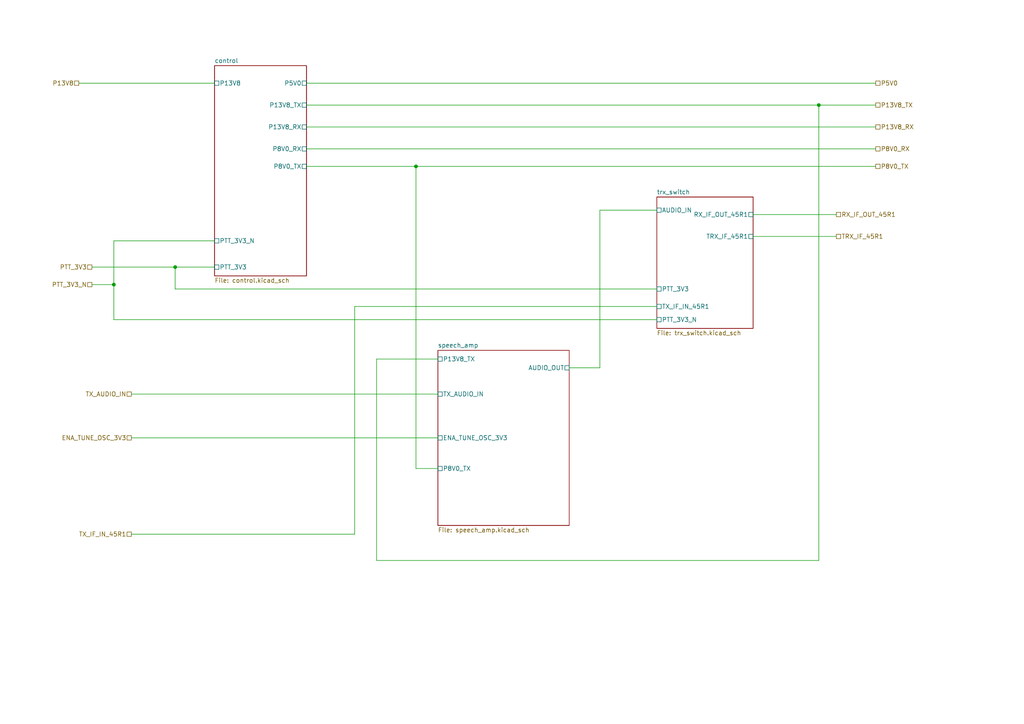
<source format=kicad_sch>
(kicad_sch (version 20211123) (generator eeschema)
  (paper "A4")
  (title_block (rev "B") (company "WA6ZFT"))
  (lib_symbols)
  (junction (at 120.65 48.26))
  (junction (at 237.49 30.48))
  (junction (at 50.8 77.47))
  (junction (at 33.02 82.55))
  (wire (pts (xy 190.5 60.96) (xy 173.99 60.96)))
  (wire (pts (xy 190.5 92.71) (xy 33.02 92.71)))
  (wire (pts (xy 109.22 104.14) (xy 109.22 162.56)))
  (wire (pts (xy 120.65 48.26) (xy 254 48.26)))
  (wire (pts (xy 102.87 88.9) (xy 190.5 88.9)))
  (wire (pts (xy 102.87 154.94) (xy 102.87 88.9)))
  (wire (pts (xy 88.9 24.13) (xy 254 24.13)))
  (wire (pts (xy 33.02 82.55) (xy 26.67 82.55)))
  (wire (pts (xy 173.99 60.96) (xy 173.99 106.68)))
  (wire (pts (xy 237.49 30.48) (xy 237.49 162.56)))
  (wire (pts (xy 88.9 43.18) (xy 254 43.18)))
  (wire (pts (xy 62.23 69.85) (xy 33.02 69.85)))
  (wire (pts (xy 38.1 114.3) (xy 127 114.3)))
  (wire (pts (xy 50.8 83.82) (xy 50.8 77.47)))
  (wire (pts (xy 88.9 48.26) (xy 120.65 48.26)))
  (wire (pts (xy 38.1 127) (xy 127 127)))
  (wire (pts (xy 237.49 30.48) (xy 254 30.48)))
  (wire (pts (xy 33.02 92.71) (xy 33.02 82.55)))
  (wire (pts (xy 88.9 30.48) (xy 237.49 30.48)))
  (wire (pts (xy 127 104.14) (xy 109.22 104.14)))
  (wire (pts (xy 218.44 68.58) (xy 242.57 68.58)))
  (wire (pts (xy 26.67 77.47) (xy 50.8 77.47)))
  (wire (pts (xy 120.65 48.26) (xy 120.65 135.89)))
  (wire (pts (xy 190.5 83.82) (xy 50.8 83.82)))
  (wire (pts (xy 50.8 77.47) (xy 62.23 77.47)))
  (wire (pts (xy 38.1 154.94) (xy 102.87 154.94)))
  (wire (pts (xy 127 135.89) (xy 120.65 135.89)))
  (wire (pts (xy 218.44 62.23) (xy 242.57 62.23)))
  (wire (pts (xy 22.86 24.13) (xy 62.23 24.13)))
  (wire (pts (xy 173.99 106.68) (xy 165.1 106.68)))
  (wire (pts (xy 237.49 162.56) (xy 109.22 162.56)))
  (wire (pts (xy 33.02 69.85) (xy 33.02 82.55)))
  (wire (pts (xy 88.9 36.83) (xy 254 36.83)))
  (hierarchical_label "PTT_3V3_N" (shape passive) (at 26.67 82.55 180))
  (hierarchical_label "P13V8_RX" (shape passive) (at 254 36.83 0))
  (hierarchical_label "P8V0_RX" (shape passive) (at 254 43.18 0))
  (hierarchical_label "P13V8" (shape passive) (at 22.86 24.13 180))
  (hierarchical_label "RX_IF_OUT_45R1" (shape passive) (at 242.57 62.23 0))
  (hierarchical_label "P13V8_TX" (shape passive) (at 254 30.48 0))
  (hierarchical_label "PTT_3V3" (shape passive) (at 26.67 77.47 180))
  (hierarchical_label "ENA_TUNE_OSC_3V3" (shape passive) (at 38.1 127 180))
  (hierarchical_label "TRX_IF_45R1" (shape passive) (at 242.57 68.58 0))
  (hierarchical_label "TX_AUDIO_IN" (shape passive) (at 38.1 114.3 180))
  (hierarchical_label "P8V0_TX" (shape passive) (at 254 48.26 0))
  (hierarchical_label "TX_IF_IN_45R1" (shape passive) (at 38.1 154.94 180))
  (hierarchical_label "P5V0" (shape passive) (at 254 24.13 0))
  (sheet (at 127 101.6) (size 38.1 50.8)
    (property "Sheet name" "speech_amp" (at 127 100.8884 0) (effects (justify left bottom)))
    (property "Sheet file" "speech_amp.kicad_sch" (at 127 152.9846 0) (effects (justify left top)))
    (pin "ENA_TUNE_OSC_3V3" passive (at 127 127 180))
    (pin "TX_AUDIO_IN" passive (at 127 114.3 180))
    (pin "AUDIO_OUT" passive (at 165.1 106.68 0))
    (pin "P13V8_TX" passive (at 127 104.14 180))
    (pin "P8V0_TX" passive (at 127 135.89 180))
  )
  (sheet (at 190.5 57.15) (size 27.94 38.1)
    (property "Sheet name" "trx_switch" (at 190.5 56.4384 0) (effects (justify left bottom)))
    (property "Sheet file" "trx_switch.kicad_sch" (at 190.5 95.8346 0) (effects (justify left top)))
    (pin "PTT_3V3_N" passive (at 190.5 92.71 180))
    (pin "PTT_3V3" passive (at 190.5 83.82 180))
    (pin "AUDIO_IN" passive (at 190.5 60.96 180))
    (pin "TRX_IF_45R1" passive (at 218.44 68.58 0))
    (pin "RX_IF_OUT_45R1" passive (at 218.44 62.23 0))
    (pin "TX_IF_IN_45R1" passive (at 190.5 88.9 180))
  )
  (sheet (at 62.23 19.05) (size 26.67 60.96)
    (property "Sheet name" "control" (at 62.23 18.3384 0) (effects (justify left bottom)))
    (property "Sheet file" "control.kicad_sch" (at 62.23 80.5946 0) (effects (justify left top)))
    (pin "P13V8" passive (at 62.23 24.13 180))
    (pin "P5V0" passive (at 88.9 24.13 0))
    (pin "PTT_3V3" passive (at 62.23 77.47 180))
    (pin "P13V8_TX" passive (at 88.9 30.48 0))
    (pin "P13V8_RX" passive (at 88.9 36.83 0))
    (pin "PTT_3V3_N" passive (at 62.23 69.85 180))
    (pin "P8V0_RX" passive (at 88.9 43.18 0))
    (pin "P8V0_TX" passive (at 88.9 48.26 0))
  )
)
</source>
